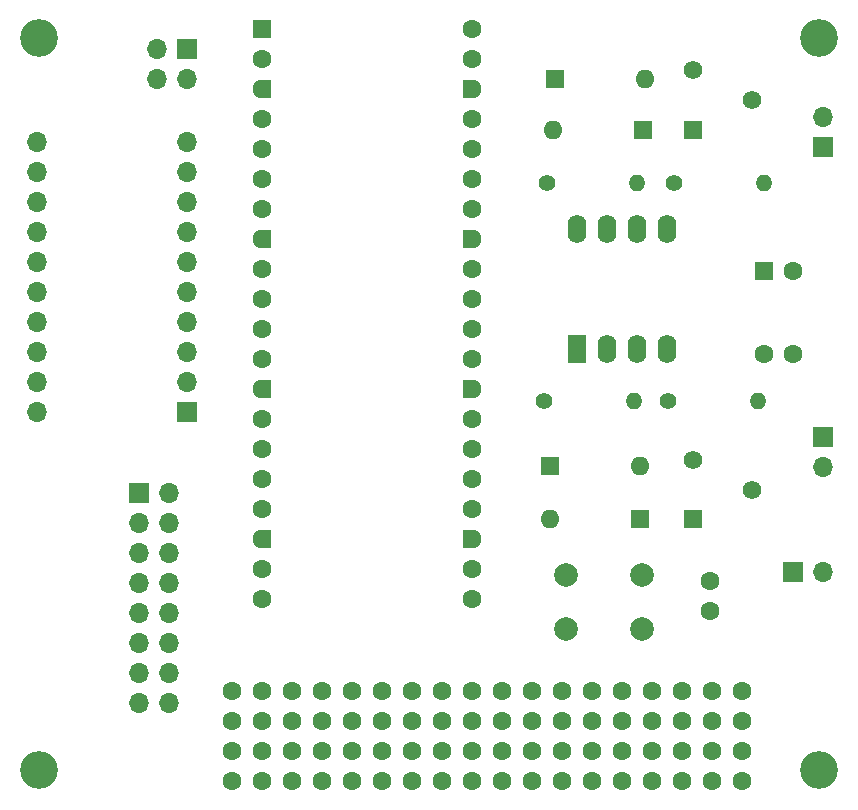
<source format=gbr>
%TF.GenerationSoftware,KiCad,Pcbnew,9.0.1-9.0.1-0~ubuntu24.04.1*%
%TF.CreationDate,2025-04-22T11:37:30+09:00*%
%TF.ProjectId,Scoppy_FrontEnd,53636f70-7079-45f4-9672-6f6e74456e64,rev?*%
%TF.SameCoordinates,Original*%
%TF.FileFunction,Soldermask,Top*%
%TF.FilePolarity,Negative*%
%FSLAX46Y46*%
G04 Gerber Fmt 4.6, Leading zero omitted, Abs format (unit mm)*
G04 Created by KiCad (PCBNEW 9.0.1-9.0.1-0~ubuntu24.04.1) date 2025-04-22 11:37:30*
%MOMM*%
%LPD*%
G01*
G04 APERTURE LIST*
G04 Aperture macros list*
%AMRoundRect*
0 Rectangle with rounded corners*
0 $1 Rounding radius*
0 $2 $3 $4 $5 $6 $7 $8 $9 X,Y pos of 4 corners*
0 Add a 4 corners polygon primitive as box body*
4,1,4,$2,$3,$4,$5,$6,$7,$8,$9,$2,$3,0*
0 Add four circle primitives for the rounded corners*
1,1,$1+$1,$2,$3*
1,1,$1+$1,$4,$5*
1,1,$1+$1,$6,$7*
1,1,$1+$1,$8,$9*
0 Add four rect primitives between the rounded corners*
20,1,$1+$1,$2,$3,$4,$5,0*
20,1,$1+$1,$4,$5,$6,$7,0*
20,1,$1+$1,$6,$7,$8,$9,0*
20,1,$1+$1,$8,$9,$2,$3,0*%
%AMFreePoly0*
4,1,37,0.603843,0.796157,0.639018,0.796157,0.711114,0.766294,0.766294,0.711114,0.796157,0.639018,0.796157,0.603843,0.800000,0.600000,0.800000,-0.600000,0.796157,-0.603843,0.796157,-0.639018,0.766294,-0.711114,0.711114,-0.766294,0.639018,-0.796157,0.603843,-0.796157,0.600000,-0.800000,0.000000,-0.800000,0.000000,-0.796148,-0.078414,-0.796148,-0.232228,-0.765552,-0.377117,-0.705537,
-0.507515,-0.618408,-0.618408,-0.507515,-0.705537,-0.377117,-0.765552,-0.232228,-0.796148,-0.078414,-0.796148,0.078414,-0.765552,0.232228,-0.705537,0.377117,-0.618408,0.507515,-0.507515,0.618408,-0.377117,0.705537,-0.232228,0.765552,-0.078414,0.796148,0.000000,0.796148,0.000000,0.800000,0.600000,0.800000,0.603843,0.796157,0.603843,0.796157,$1*%
%AMFreePoly1*
4,1,37,0.000000,0.796148,0.078414,0.796148,0.232228,0.765552,0.377117,0.705537,0.507515,0.618408,0.618408,0.507515,0.705537,0.377117,0.765552,0.232228,0.796148,0.078414,0.796148,-0.078414,0.765552,-0.232228,0.705537,-0.377117,0.618408,-0.507515,0.507515,-0.618408,0.377117,-0.705537,0.232228,-0.765552,0.078414,-0.796148,0.000000,-0.796148,0.000000,-0.800000,-0.600000,-0.800000,
-0.603843,-0.796157,-0.639018,-0.796157,-0.711114,-0.766294,-0.766294,-0.711114,-0.796157,-0.639018,-0.796157,-0.603843,-0.800000,-0.600000,-0.800000,0.600000,-0.796157,0.603843,-0.796157,0.639018,-0.766294,0.711114,-0.711114,0.766294,-0.639018,0.796157,-0.603843,0.796157,-0.600000,0.800000,0.000000,0.800000,0.000000,0.796148,0.000000,0.796148,$1*%
G04 Aperture macros list end*
%ADD10C,1.600000*%
%ADD11R,1.560000X1.560000*%
%ADD12C,1.560000*%
%ADD13C,1.400000*%
%ADD14O,1.400000X1.400000*%
%ADD15C,3.200000*%
%ADD16R,1.600000X1.600000*%
%ADD17C,2.000000*%
%ADD18R,1.700000X1.700000*%
%ADD19O,1.700000X1.700000*%
%ADD20O,1.600000X1.600000*%
%ADD21R,1.600000X2.400000*%
%ADD22O,1.600000X2.400000*%
%ADD23RoundRect,0.200000X-0.600000X-0.600000X0.600000X-0.600000X0.600000X0.600000X-0.600000X0.600000X0*%
%ADD24FreePoly0,0.000000*%
%ADD25FreePoly1,0.000000*%
G04 APERTURE END LIST*
D10*
%TO.C,*%
X185420000Y-149860000D03*
%TD*%
%TO.C,C1*%
X225315000Y-118760000D03*
X227815000Y-118760000D03*
%TD*%
%TO.C,*%
X208280000Y-154940000D03*
%TD*%
%TO.C,*%
X223520000Y-154940000D03*
%TD*%
%TO.C,*%
X182880000Y-152400000D03*
%TD*%
%TO.C,*%
X208280000Y-152400000D03*
%TD*%
%TO.C,*%
X218440000Y-152400000D03*
%TD*%
D11*
%TO.C,RV1*%
X219315000Y-132760000D03*
D12*
X224315000Y-130260000D03*
X219315000Y-127760000D03*
%TD*%
D10*
%TO.C,*%
X195580000Y-149860000D03*
%TD*%
%TO.C,*%
X218440000Y-154940000D03*
%TD*%
D13*
%TO.C,R1*%
X217195000Y-122760000D03*
D14*
X224815000Y-122760000D03*
%TD*%
D10*
%TO.C,*%
X187960000Y-152400000D03*
%TD*%
D15*
%TO.C,TP7*%
X230000000Y-154000000D03*
%TD*%
D16*
%TO.C,C2*%
X225315000Y-111760000D03*
D10*
X227815000Y-111760000D03*
%TD*%
D13*
%TO.C,R2*%
X217695000Y-104260000D03*
D14*
X225315000Y-104260000D03*
%TD*%
D10*
%TO.C,*%
X215900000Y-152400000D03*
%TD*%
%TO.C,*%
X203200000Y-154940000D03*
%TD*%
%TO.C,*%
X180340000Y-152400000D03*
%TD*%
%TO.C,*%
X190500000Y-149860000D03*
%TD*%
%TO.C,*%
X203200000Y-152400000D03*
%TD*%
%TO.C,*%
X190500000Y-154940000D03*
%TD*%
%TO.C,*%
X215900000Y-149860000D03*
%TD*%
%TO.C,*%
X200660000Y-154940000D03*
%TD*%
%TO.C,*%
X223520000Y-152400000D03*
%TD*%
%TO.C,*%
X187960000Y-149860000D03*
%TD*%
D17*
%TO.C,SW2*%
X208565000Y-137510000D03*
X215065000Y-137510000D03*
X208565000Y-142010000D03*
X215065000Y-142010000D03*
%TD*%
D10*
%TO.C,*%
X203200000Y-147320000D03*
%TD*%
%TO.C,*%
X180340000Y-154940000D03*
%TD*%
%TO.C,*%
X187960000Y-147320000D03*
%TD*%
D11*
%TO.C,RV2*%
X219315000Y-99760000D03*
D12*
X224315000Y-97260000D03*
X219315000Y-94760000D03*
%TD*%
D10*
%TO.C,C4*%
X220815000Y-138010000D03*
X220815000Y-140510000D03*
%TD*%
%TO.C,*%
X195580000Y-154940000D03*
%TD*%
D15*
%TO.C,TP8*%
X230000000Y-92000000D03*
%TD*%
D10*
%TO.C,*%
X193040000Y-152400000D03*
%TD*%
D18*
%TO.C,J4*%
X230315000Y-125760000D03*
D19*
X230315000Y-128300000D03*
%TD*%
D10*
%TO.C,*%
X218440000Y-147320000D03*
%TD*%
%TO.C,*%
X215900000Y-147320000D03*
%TD*%
%TO.C,*%
X185420000Y-147320000D03*
%TD*%
%TO.C,*%
X198120000Y-152400000D03*
%TD*%
D16*
%TO.C,D1*%
X214815000Y-132760000D03*
D20*
X207195000Y-132760000D03*
%TD*%
D18*
%TO.C,J7*%
X227775000Y-137260000D03*
D19*
X230315000Y-137260000D03*
%TD*%
D16*
%TO.C,D4*%
X207695000Y-95500000D03*
D20*
X215315000Y-95500000D03*
%TD*%
D10*
%TO.C,*%
X220980000Y-154940000D03*
%TD*%
%TO.C,*%
X185420000Y-152400000D03*
%TD*%
D16*
%TO.C,D3*%
X215125000Y-99760000D03*
D20*
X207505000Y-99760000D03*
%TD*%
D10*
%TO.C,*%
X210820000Y-154940000D03*
%TD*%
%TO.C,*%
X185420000Y-154940000D03*
%TD*%
%TO.C,*%
X195580000Y-147320000D03*
%TD*%
%TO.C,*%
X205740000Y-147320000D03*
%TD*%
%TO.C,*%
X220980000Y-152400000D03*
%TD*%
%TO.C,*%
X220980000Y-147320000D03*
%TD*%
%TO.C,*%
X223520000Y-147320000D03*
%TD*%
%TO.C,*%
X182880000Y-154940000D03*
%TD*%
%TO.C,*%
X205740000Y-149860000D03*
%TD*%
%TO.C,*%
X210820000Y-147320000D03*
%TD*%
%TO.C,*%
X213360000Y-149860000D03*
%TD*%
%TO.C,*%
X220980000Y-149860000D03*
%TD*%
D18*
%TO.C,J5*%
X230315000Y-101260000D03*
D19*
X230315000Y-98720000D03*
%TD*%
D18*
%TO.C,J2*%
X176535000Y-92959000D03*
D19*
X176535000Y-95499000D03*
X173995000Y-92959000D03*
X173995000Y-95499000D03*
%TD*%
D10*
%TO.C,*%
X180340000Y-147320000D03*
%TD*%
D21*
%TO.C,U3*%
X209515000Y-118335000D03*
D22*
X212055000Y-118335000D03*
X214595000Y-118335000D03*
X217135000Y-118335000D03*
X217135000Y-108175000D03*
X214595000Y-108175000D03*
X212055000Y-108175000D03*
X209515000Y-108175000D03*
%TD*%
D10*
%TO.C,*%
X198120000Y-147320000D03*
%TD*%
%TO.C,*%
X190500000Y-152400000D03*
%TD*%
D15*
%TO.C,TP6*%
X164000000Y-92000000D03*
%TD*%
D10*
%TO.C,*%
X195580000Y-152400000D03*
%TD*%
%TO.C,*%
X208280000Y-149860000D03*
%TD*%
%TO.C,*%
X180340000Y-149860000D03*
%TD*%
%TO.C,*%
X200660000Y-152400000D03*
%TD*%
%TO.C,*%
X182880000Y-149860000D03*
%TD*%
D18*
%TO.C,U1*%
X176530000Y-123698000D03*
D19*
X176530000Y-121158000D03*
X176530000Y-118618000D03*
X176530000Y-116078000D03*
X176530000Y-113538000D03*
X176530000Y-110998000D03*
X176530000Y-108458000D03*
X176530000Y-105918000D03*
X176530000Y-103378000D03*
X176530000Y-100838000D03*
X163830000Y-100838000D03*
X163830000Y-103378000D03*
X163830000Y-105918000D03*
X163830000Y-108458000D03*
X163830000Y-110998000D03*
X163830000Y-113538000D03*
X163830000Y-116078000D03*
X163830000Y-118618000D03*
X163830000Y-121158000D03*
X163830000Y-123698000D03*
%TD*%
D10*
%TO.C,*%
X193040000Y-154940000D03*
%TD*%
%TO.C,*%
X203200000Y-149860000D03*
%TD*%
%TO.C,*%
X205740000Y-152400000D03*
%TD*%
%TO.C,*%
X210820000Y-149860000D03*
%TD*%
%TO.C,*%
X182880000Y-147320000D03*
%TD*%
%TO.C,*%
X213360000Y-147320000D03*
%TD*%
D15*
%TO.C,TP5*%
X164000000Y-154000000D03*
%TD*%
D10*
%TO.C,*%
X200660000Y-149860000D03*
%TD*%
%TO.C,*%
X200660000Y-147320000D03*
%TD*%
%TO.C,*%
X187960000Y-154940000D03*
%TD*%
D13*
%TO.C,R4*%
X207005000Y-104260000D03*
D14*
X214625000Y-104260000D03*
%TD*%
D10*
%TO.C,*%
X210820000Y-152400000D03*
%TD*%
%TO.C,*%
X193040000Y-147320000D03*
%TD*%
%TO.C,*%
X198120000Y-149860000D03*
%TD*%
%TO.C,*%
X208280000Y-147320000D03*
%TD*%
%TO.C,*%
X205740000Y-154940000D03*
%TD*%
%TO.C,*%
X215900000Y-154940000D03*
%TD*%
%TO.C,*%
X190500000Y-147320000D03*
%TD*%
%TO.C,*%
X198120000Y-154940000D03*
%TD*%
D23*
%TO.C,U2*%
X182815000Y-91240000D03*
D10*
X182815000Y-93780000D03*
D24*
X182815000Y-96320000D03*
D10*
X182815000Y-98860000D03*
X182815000Y-101400000D03*
X182815000Y-103940000D03*
X182815000Y-106480000D03*
D24*
X182815000Y-109020000D03*
D10*
X182815000Y-111560000D03*
X182815000Y-114100000D03*
X182815000Y-116640000D03*
X182815000Y-119180000D03*
D24*
X182815000Y-121720000D03*
D10*
X182815000Y-124260000D03*
X182815000Y-126800000D03*
X182815000Y-129340000D03*
X182815000Y-131880000D03*
D24*
X182815000Y-134420000D03*
D10*
X182815000Y-136960000D03*
X182815000Y-139500000D03*
X200595000Y-139500000D03*
X200595000Y-136960000D03*
D25*
X200595000Y-134420000D03*
D10*
X200595000Y-131880000D03*
X200595000Y-129340000D03*
X200595000Y-126800000D03*
X200595000Y-124260000D03*
D25*
X200595000Y-121720000D03*
D10*
X200595000Y-119180000D03*
X200595000Y-116640000D03*
X200595000Y-114100000D03*
X200595000Y-111560000D03*
D25*
X200595000Y-109020000D03*
D10*
X200595000Y-106480000D03*
X200595000Y-103940000D03*
X200595000Y-101400000D03*
X200595000Y-98860000D03*
D25*
X200595000Y-96320000D03*
D10*
X200595000Y-93780000D03*
X200595000Y-91240000D03*
%TD*%
%TO.C,*%
X223520000Y-149860000D03*
%TD*%
%TO.C,*%
X218440000Y-149860000D03*
%TD*%
D18*
%TO.C,J6*%
X172466000Y-130556000D03*
D19*
X175006000Y-130556000D03*
X172466000Y-133096000D03*
X175006000Y-133096000D03*
X172466000Y-135636000D03*
X175006000Y-135636000D03*
X172466000Y-138176000D03*
X175006000Y-138176000D03*
X172466000Y-140716000D03*
X175006000Y-140716000D03*
X172466000Y-143256000D03*
X175006000Y-143256000D03*
X172466000Y-145796000D03*
X175006000Y-145796000D03*
X172466000Y-148336000D03*
X175006000Y-148336000D03*
%TD*%
D10*
%TO.C,*%
X213360000Y-154940000D03*
%TD*%
%TO.C,*%
X213360000Y-152400000D03*
%TD*%
D13*
%TO.C,R3*%
X206695000Y-122760000D03*
D14*
X214315000Y-122760000D03*
%TD*%
D16*
%TO.C,D2*%
X207195000Y-128260000D03*
D20*
X214815000Y-128260000D03*
%TD*%
D10*
%TO.C,*%
X193040000Y-149860000D03*
%TD*%
M02*

</source>
